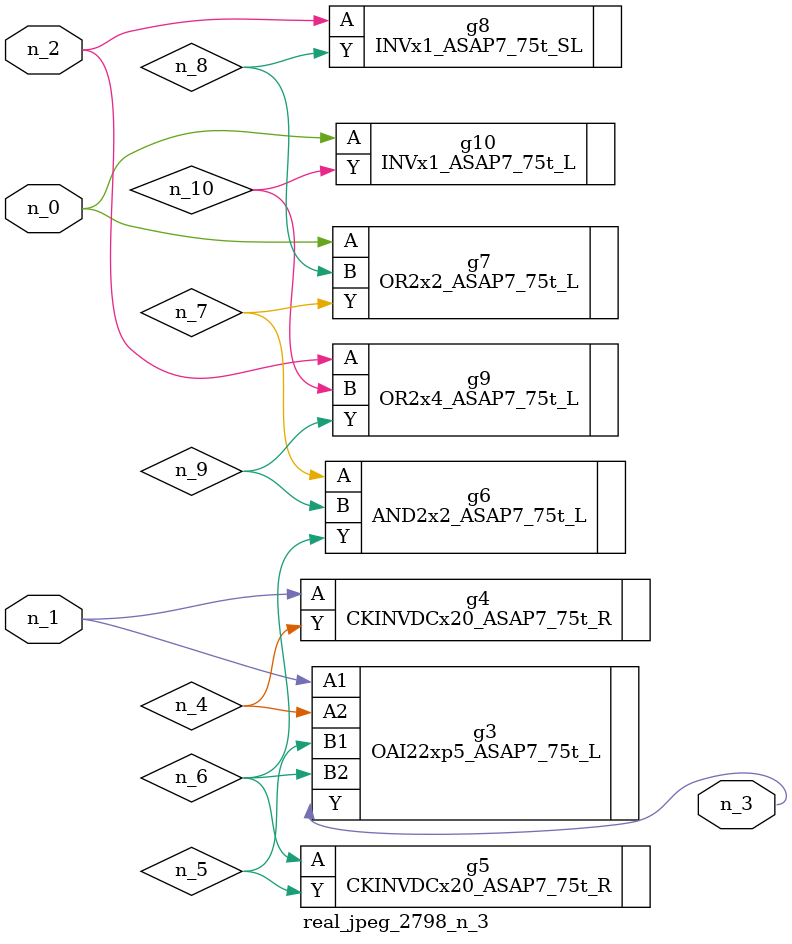
<source format=v>
module real_jpeg_2798_n_3 (n_1, n_0, n_2, n_3);

input n_1;
input n_0;
input n_2;

output n_3;

wire n_5;
wire n_4;
wire n_8;
wire n_6;
wire n_7;
wire n_10;
wire n_9;

OR2x2_ASAP7_75t_L g7 ( 
.A(n_0),
.B(n_8),
.Y(n_7)
);

INVx1_ASAP7_75t_L g10 ( 
.A(n_0),
.Y(n_10)
);

OAI22xp5_ASAP7_75t_L g3 ( 
.A1(n_1),
.A2(n_4),
.B1(n_5),
.B2(n_6),
.Y(n_3)
);

CKINVDCx20_ASAP7_75t_R g4 ( 
.A(n_1),
.Y(n_4)
);

INVx1_ASAP7_75t_SL g8 ( 
.A(n_2),
.Y(n_8)
);

OR2x4_ASAP7_75t_L g9 ( 
.A(n_2),
.B(n_10),
.Y(n_9)
);

CKINVDCx20_ASAP7_75t_R g5 ( 
.A(n_6),
.Y(n_5)
);

AND2x2_ASAP7_75t_L g6 ( 
.A(n_7),
.B(n_9),
.Y(n_6)
);


endmodule
</source>
